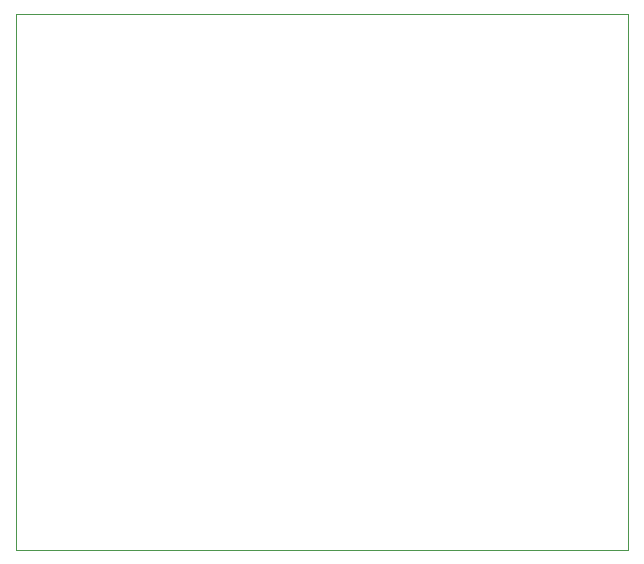
<source format=gbr>
%TF.GenerationSoftware,KiCad,Pcbnew,8.0.4*%
%TF.CreationDate,2025-07-19T03:21:48+10:00*%
%TF.ProjectId,new ki cad,6e657720-6b69-4206-9361-642e6b696361,rev?*%
%TF.SameCoordinates,Original*%
%TF.FileFunction,Profile,NP*%
%FSLAX46Y46*%
G04 Gerber Fmt 4.6, Leading zero omitted, Abs format (unit mm)*
G04 Created by KiCad (PCBNEW 8.0.4) date 2025-07-19 03:21:48*
%MOMM*%
%LPD*%
G01*
G04 APERTURE LIST*
%TA.AperFunction,Profile*%
%ADD10C,0.050000*%
%TD*%
G04 APERTURE END LIST*
D10*
X96580000Y-53960000D02*
X148440000Y-53960000D01*
X148440000Y-99400000D01*
X96580000Y-99400000D01*
X96580000Y-53960000D01*
M02*

</source>
